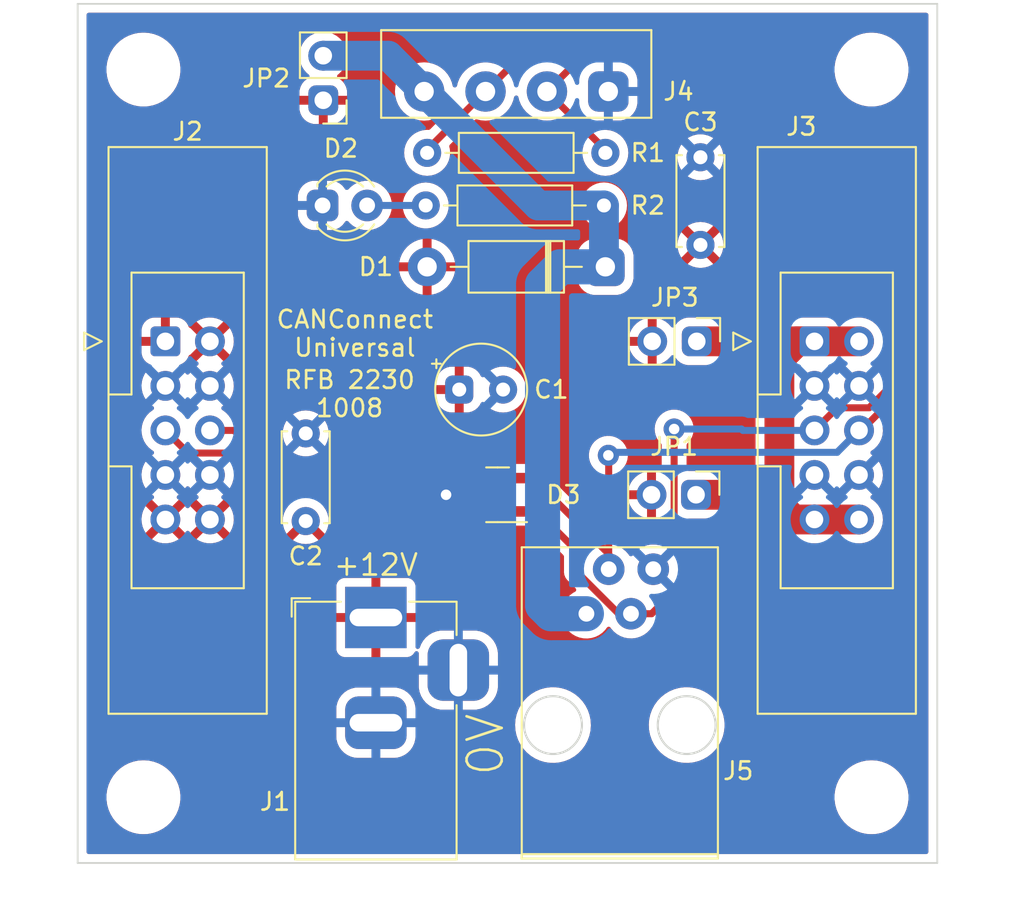
<source format=kicad_pcb>
(kicad_pcb (version 20211014) (generator pcbnew)
  (layers (0 "F.Cu" signal) (31 "B.Cu" signal) (34 "B.Paste" user) (35 "F.Paste" user) (36 "B.SilkS" user "B.Silkscreen") (37 "F.SilkS" user "F.Silkscreen") (38 "B.Mask" user) (39 "F.Mask" user) (44 "Edge.Cuts" user))
  (net 0 "")
  (net 1 "GND")
  (net 2 "+12V")
  (net 3 "/VP")
  (net 4 "/H")
  (net 5 "/L")
  (net 6 "Net-(D2-Pad2)")
  (net 7 "/+12VB")
  (footprint "Capacitor_THT:C_Disc_D5.0mm_W2.5mm_P5.00mm" (layer "F.Cu") (at 113 104.5 90)
    (fp_text reference "C2" (at -2 0 180) (layer "F.SilkS"))
    (fp_text value "100nF")
    (fp_line (start -0.12 1.055) (end -0.12 1.37) (layer "F.SilkS") (width 0.12))
    (fp_line (start 5.12 -1.37) (end 5.12 -1.055) (layer "F.SilkS") (width 0.12))
    (fp_line (start -0.12 -1.37) (end 5.12 -1.37) (layer "F.SilkS") (width 0.12))
    (fp_line (start 5.12 1.055) (end 5.12 1.37) (layer "F.SilkS") (width 0.12))
    (fp_line (start -0.12 1.37) (end 5.12 1.37) (layer "F.SilkS") (width 0.12))
    (fp_line (start -0.12 -1.37) (end -0.12 -1.055) (layer "F.SilkS") (width 0.12))
    (pad "1" thru_hole circle (at 0 0 90) (size 1.6 1.6) (drill 0.8) (layers *.Cu *.Mask) (net 2 "+12V"))
    (pad "2" thru_hole circle (at 5 0 90) (size 1.6 1.6) (drill 0.8) (layers *.Cu *.Mask) (net 1 "GND"))
  )
  (footprint "Connector_PinHeader_2.54mm:PinHeader_1x02_P2.54mm_Vertical" (layer "F.Cu") (at 135.25 103 -90)
    (fp_text reference "JP1" (at -2.75 1.25 180) (layer "F.SilkS"))
    (fp_text value "Jumper_2_Open")
    (fp_line (start -1.33 1.27) (end -1.33 3.87) (layer "F.SilkS") (width 0.12))
    (fp_line (start 1.33 1.27) (end 1.33 3.87) (layer "F.SilkS") (width 0.12))
    (fp_line (start -1.33 -1.33) (end 0 -1.33) (layer "F.SilkS") (width 0.12))
    (fp_line (start -1.33 1.27) (end 1.33 1.27) (layer "F.SilkS") (width 0.12))
    (fp_line (start -1.33 0) (end -1.33 -1.33) (layer "F.SilkS") (width 0.12))
    (fp_line (start -1.33 3.87) (end 1.33 3.87) (layer "F.SilkS") (width 0.12))
    (pad "1" thru_hole roundrect (at 0 0 270) (size 1.7 1.7) (drill 1) (layers *.Cu *.Mask) (net 7 "/+12VB"))
    (pad "2" thru_hole oval (at 0 2.54 270) (size 1.7 1.7) (drill 1) (layers *.Cu *.Mask) (net 2 "+12V"))
  )
  (footprint "mylib:RJ22" (layer "F.Cu") (at 130.905 107.245)
    (fp_text reference "J5" (at 6.75 11.505 unlocked) (layer "F.SilkS"))
    (fp_text value "Conn_RJ22")
    (fp_line (start -5.59 -1.25) (end 5.59 -1.25) (layer "F.SilkS") (width 0.12))
    (fp_line (start 5.59 -1.25) (end 5.59 16.51) (layer "F.SilkS") (width 0.12))
    (fp_rect (start -5.59 16.5) (end 5.59 16.25) (layer "F.SilkS") (width 0.12) (fill none))
    (fp_rect (start -5.59 -1.25) (end -5.59 16.51) (layer "F.SilkS") (width 0.12) (fill none))
    (fp_circle (center 3.81 8.89) (end 5.46 8.89) (layer "Edge.Cuts") (width 0.12) (fill none))
    (fp_circle (center -3.81 8.89) (end -2.16 8.89) (layer "Edge.Cuts") (width 0.12) (fill none))
    (pad "1" thru_hole circle (at -1.905 2.54) (size 1.8 1.8) (drill 0.9) (layers *.Cu *.Mask) (net 3 "/VP"))
    (pad "2" thru_hole circle (at -0.635 0) (size 1.8 1.8) (drill 0.9) (layers *.Cu *.Mask) (net 5 "/L"))
    (pad "3" thru_hole circle (at 0.635 2.54) (size 1.8 1.8) (drill 0.9) (layers *.Cu *.Mask) (net 4 "/H"))
    (pad "4" thru_hole circle (at 1.905 0) (size 1.8 1.8) (drill 0.9) (layers *.Cu *.Mask) (net 1 "GND"))
  )
  (footprint "Connector_IDC:IDC-Header_2x05_P2.54mm_Latch_Vertical" (layer "F.Cu") (at 105 94.25)
    (fp_text reference "J2" (at 1.27 -11.97) (layer "F.SilkS"))
    (fp_text value "10W IDC Connector Latched")
    (fp_line (start -3.63 0) (end -4.63 -0.5) (layer "F.SilkS") (width 0.12))
    (fp_line (start -4.63 -0.5) (end -4.63 0.5) (layer "F.SilkS") (width 0.12))
    (fp_line (start 5.78 -11.08) (end 5.78 21.24) (layer "F.SilkS") (width 0.12))
    (fp_line (start -1.93 7.13) (end -3.24 7.13) (layer "F.SilkS") (width 0.12))
    (fp_line (start -3.24 21.24) (end -3.24 -11.08) (layer "F.SilkS") (width 0.12))
    (fp_line (start 5.78 21.24) (end -3.24 21.24) (layer "F.SilkS") (width 0.12))
    (fp_line (start 4.47 -3.92) (end 4.47 14.08) (layer "F.SilkS") (width 0.12))
    (fp_line (start 4.47 14.08) (end -1.93 14.08) (layer "F.SilkS") (width 0.12))
    (fp_line (start -1.93 7.13) (end -1.93 7.13) (layer "F.SilkS") (width 0.12))
    (fp_line (start -1.93 3.03) (end -1.93 -3.92) (layer "F.SilkS") (width 0.12))
    (fp_line (start -3.24 -11.08) (end 5.78 -11.08) (layer "F.SilkS") (width 0.12))
    (fp_line (start -3.24 3.03) (end -1.93 3.03) (layer "F.SilkS") (width 0.12))
    (fp_line (start -1.93 14.08) (end -1.93 7.13) (layer "F.SilkS") (width 0.12))
    (fp_line (start -1.93 -3.92) (end 4.47 -3.92) (layer "F.SilkS") (width 0.12))
    (fp_line (start -4.63 0.5) (end -3.63 0) (layer "F.SilkS") (width 0.12))
    (pad "1" thru_hole roundrect (at 0 0) (size 1.7 1.7) (drill 1) (layers *.Cu *.Mask) (roundrect_rratio 0.147059) (net 2 "+12V"))
    (pad "2" thru_hole circle (at 2.54 0) (size 1.7 1.7) (drill 1) (layers *.Cu *.Mask) (net 2 "+12V"))
    (pad "3" thru_hole circle (at 0 2.54) (size 1.7 1.7) (drill 1) (layers *.Cu *.Mask) (net 1 "GND"))
    (pad "4" thru_hole circle (at 2.54 2.54) (size 1.7 1.7) (drill 1) (layers *.Cu *.Mask) (net 1 "GND"))
    (pad "5" thru_hole circle (at 0 5.08) (size 1.7 1.7) (drill 1) (layers *.Cu *.Mask) (net 4 "/H"))
    (pad "6" thru_hole circle (at 2.54 5.08) (size 1.7 1.7) (drill 1) (layers *.Cu *.Mask) (net 5 "/L"))
    (pad "7" thru_hole circle (at 0 7.62) (size 1.7 1.7) (drill 1) (layers *.Cu *.Mask) (net 1 "GND"))
    (pad "8" thru_hole circle (at 2.54 7.62) (size 1.7 1.7) (drill 1) (layers *.Cu *.Mask) (net 1 "GND"))
    (pad "9" thru_hole circle (at 0 10.16) (size 1.7 1.7) (drill 1) (layers *.Cu *.Mask) (net 2 "+12V"))
    (pad "10" thru_hole circle (at 2.54 10.16) (size 1.7 1.7) (drill 1) (layers *.Cu *.Mask) (net 2 "+12V"))
  )
  (footprint "Connector_PinHeader_2.54mm:PinHeader_1x02_P2.54mm_Vertical" (layer "F.Cu") (at 114 80.5 180)
    (fp_text reference "JP2" (at 3.25 1.25) (layer "F.SilkS"))
    (fp_text value "Jumper_2_Open")
    (fp_line (start -1.33 1.27) (end 1.33 1.27) (layer "F.SilkS") (width 0.12))
    (fp_line (start -1.33 1.27) (end -1.33 3.87) (layer "F.SilkS") (width 0.12))
    (fp_line (start 1.33 1.27) (end 1.33 3.87) (layer "F.SilkS") (width 0.12))
    (fp_line (start -1.33 3.87) (end 1.33 3.87) (layer "F.SilkS") (width 0.12))
    (fp_line (start -1.33 0) (end -1.33 -1.33) (layer "F.SilkS") (width 0.12))
    (fp_line (start -1.33 -1.33) (end 0 -1.33) (layer "F.SilkS") (width 0.12))
    (pad "1" thru_hole roundrect (at 0 0 180) (size 1.7 1.7) (drill 1) (layers *.Cu *.Mask) (net 2 "+12V"))
    (pad "2" thru_hole oval (at 0 2.54 180) (size 1.7 1.7) (drill 1) (layers *.Cu *.Mask) (net 3 "/VP"))
  )
  (footprint "Package_TO_SOT_SMD:SOT-23" (layer "F.Cu") (at 123.9375 103 180)
    (fp_text reference "D3" (at -3.75 0) (layer "F.SilkS"))
    (fp_text value "SP0502BAHT")
    (fp_line (start 0 -1.56) (end 0.65 -1.56) (layer "F.SilkS") (width 0.12))
    (fp_line (start 0 1.56) (end 0.65 1.56) (layer "F.SilkS") (width 0.12))
    (fp_line (start 0 -1.56) (end -1.675 -1.56) (layer "F.SilkS") (width 0.12))
    (fp_line (start 0 1.56) (end -0.65 1.56) (layer "F.SilkS") (width 0.12))
    (pad "1" smd roundrect (at -0.9375 -0.95 180) (size 1.475 0.6) (layers "F.Cu" "F.Paste" "F.Mask") (net 4 "/H"))
    (pad "2" smd roundrect (at -0.9375 0.95 180) (size 1.475 0.6) (layers "F.Cu" "F.Paste" "F.Mask") (net 5 "/L"))
    (pad "3" smd roundrect (at 0.9375 0 180) (size 1.475 0.6) (layers "F.Cu" "F.Paste" "F.Mask") (net 1 "GND"))
  )
  (footprint "mylib:R_Axial_P10.16mm_Horizontal" (layer "F.Cu") (at 130 86.5 180)
    (fp_text reference "R2" (at -2.5 0) (layer "F.SilkS"))
    (fp_text value "3K9")
    (fp_line (start 1.81 1.14) (end 8.35 1.14) (layer "F.SilkS") (width 0.12))
    (fp_line (start 8.35 1.14) (end 8.35 -1.14) (layer "F.SilkS") (width 0.12))
    (fp_line (start 1.81 -1.14) (end 1.81 1.14) (layer "F.SilkS") (width 0.12))
    (fp_line (start 8.35 -1.14) (end 1.81 -1.14) (layer "F.SilkS") (width 0.12))
    (fp_line (start 1.04 0) (end 1.81 0) (layer "F.SilkS") (width 0.12))
    (fp_line (start 9.12 0) (end 8.35 0) (layer "F.SilkS") (width 0.12))
    (pad "1" thru_hole circle (at 0 0 180) (size 1.6 1.6) (drill 0.8) (layers *.Cu *.Mask) (net 3 "/VP"))
    (pad "2" thru_hole oval (at 10.16 0 180) (size 1.6 1.6) (drill 0.8) (layers *.Cu *.Mask) (net 6 "Net-(D2-Pad2)"))
  )
  (footprint "MountingHole:MountingHole_3.2mm_M3" (layer "F.Cu") (at 103.75 78.75)
    (fp_text reference "H3" hide)
    (fp_text value "MountingHole")
    (pad "" np_thru_hole circle (at 0 0) (size 3.2 3.2) (drill 3.2) (layers *.Cu *.Mask))
  )
  (footprint "Capacitor_THT:CP_Radial_Tantal_D5.0mm_P2.50mm" (layer "F.Cu") (at 121.75 97)
    (fp_text reference "C1" (at 5.25 0) (layer "F.SilkS"))
    (fp_text value "4u7F")
    (fp_line (start -1.554775 -1.475) (end -1.054775 -1.475) (layer "F.SilkS") (width 0.12))
    (fp_line (start -1.304775 -1.725) (end -1.304775 -1.225) (layer "F.SilkS") (width 0.12))
    (fp_circle (center 1.25 0) (end 3.87 0) (layer "F.SilkS") (width 0.12) (fill none))
    (pad "1" thru_hole roundrect (at 0 0) (size 1.6 1.6) (drill 0.8) (layers *.Cu *.Mask) (net 2 "+12V"))
    (pad "2" thru_hole circle (at 2.5 0) (size 1.6 1.6) (drill 0.8) (layers *.Cu *.Mask) (net 1 "GND"))
  )
  (footprint "Connector_BarrelJack:BarrelJack_Horizontal" (layer "F.Cu") (at 117 110 90)
    (fp_text reference "J1" (at -10.5 -5.75 180) (layer "F.SilkS"))
    (fp_text value "2.1mm PCB Power Socket")
    (fp_line (start -13.8 -4.6) (end 0.9 -4.6) (layer "F.SilkS") (width 0.12))
    (fp_line (start -5 4.6) (end -13.8 4.6) (layer "F.SilkS") (width 0.12))
    (fp_line (start -13.8 4.6) (end -13.8 -4.6) (layer "F.SilkS") (width 0.12))
    (fp_line (start 1.1 -3.75) (end 1.1 -4.8) (layer "F.SilkS") (width 0.12))
    (fp_line (start 0.9 -4.6) (end 0.9 -2) (layer "F.SilkS") (width 0.12))
    (fp_line (start 0.05 -4.8) (end 1.1 -4.8) (layer "F.SilkS") (width 0.12))
    (fp_line (start 0.9 1.9) (end 0.9 4.6) (layer "F.SilkS") (width 0.12))
    (fp_line (start 0.9 4.6) (end -1 4.6) (layer "F.SilkS") (width 0.12))
    (pad "1" thru_hole rect (at 0 0 90) (size 3.5 3.5) (drill oval 1 3) (layers *.Cu *.Mask) (net 2 "+12V"))
    (pad "2" thru_hole roundrect (at -6 0 90) (size 3 3.5) (drill oval 1 3) (layers *.Cu *.Mask) (net 1 "GND"))
    (pad "3" thru_hole roundrect (at -3 4.7 90) (size 3.5 3.5) (drill oval 3 1) (layers *.Cu *.Mask) (net 1 "GND"))
  )
  (footprint "Connector_PinHeader_2.54mm:PinHeader_1x02_P2.54mm_Vertical" (layer "F.Cu") (at 135.29 94.25 -90)
    (fp_text reference "JP3" (at -2.5 1.25 180) (layer "F.SilkS"))
    (fp_text value "Jumper_2_Open")
    (fp_line (start -1.33 1.27) (end -1.33 3.87) (layer "F.SilkS") (width 0.12))
    (fp_line (start -1.33 1.27) (end 1.33 1.27) (layer "F.SilkS") (width 0.12))
    (fp_line (start -1.33 -1.33) (end 0 -1.33) (layer "F.SilkS") (width 0.12))
    (fp_line (start 1.33 1.27) (end 1.33 3.87) (layer "F.SilkS") (width 0.12))
    (fp_line (start -1.33 0) (end -1.33 -1.33) (layer "F.SilkS") (width 0.12))
    (fp_line (start -1.33 3.87) (end 1.33 3.87) (layer "F.SilkS") (width 0.12))
    (pad "1" thru_hole roundrect (at 0 0 270) (size 1.7 1.7) (drill 1) (layers *.Cu *.Mask) (net 7 "/+12VB"))
    (pad "2" thru_hole oval (at 0 2.54 270) (size 1.7 1.7) (drill 1) (layers *.Cu *.Mask) (net 2 "+12V"))
  )
  (footprint "mylib:Camdenboss_3pt5mm_pitch_PCB_horizontal_4Way" (layer "F.Cu") (at 132.7 81.5 180)
    (fp_text reference "J4" (at -1.55 1.5) (layer "F.SilkS"))
    (fp_text value "Conn_01x04_Male")
    (fp_line (start 15.4 5) (end 0 5) (layer "F.SilkS") (width 0.12))
    (fp_line (start 15.4 0) (end 15.4 5) (layer "F.SilkS") (width 0.12))
    (fp_line (start 15.4 0) (end 0 0) (layer "F.SilkS") (width 0.12))
    (fp_line (start 0 0) (end 0 5) (layer "F.SilkS") (width 0.12))
    (pad "1" thru_hole roundrect (at 2.45 1.5 90) (size 2.3 2.3) (drill 1.1) (layers *.Cu *.Mask) (net 1 "GND"))
    (pad "2" thru_hole circle (at 5.95 1.5 90) (size 2.3 2.3) (drill 1.1) (layers *.Cu *.Mask) (net 4 "/H"))
    (pad "3" thru_hole circle (at 9.45 1.5 90) (size 2.3 2.3) (drill 1.1) (layers *.Cu *.Mask) (net 5 "/L"))
    (pad "4" thru_hole circle (at 12.95 1.5 90) (size 2.3 2.3) (drill 1.1) (layers *.Cu *.Mask) (net 3 "/VP"))
  )
  (footprint "mylib:R_Axial_P10.16mm_Horizontal" (layer "F.Cu") (at 119.92 83.5)
    (fp_text reference "R1" (at 12.58 0) (layer "F.SilkS"))
    (fp_text value "120R")
    (fp_line (start 1.81 1.14) (end 8.35 1.14) (layer "F.SilkS") (width 0.12))
    (fp_line (start 1.04 0) (end 1.81 0) (layer "F.SilkS") (width 0.12))
    (fp_line (start 8.35 1.14) (end 8.35 -1.14) (layer "F.SilkS") (width 0.12))
    (fp_line (start 1.81 -1.14) (end 1.81 1.14) (layer "F.SilkS") (width 0.12))
    (fp_line (start 8.35 -1.14) (end 1.81 -1.14) (layer "F.SilkS") (width 0.12))
    (fp_line (start 9.12 0) (end 8.35 0) (layer "F.SilkS") (width 0.12))
    (pad "1" thru_hole circle (at 0 0) (size 1.6 1.6) (drill 0.8) (layers *.Cu *.Mask) (net 5 "/L"))
    (pad "2" thru_hole oval (at 10.16 0) (size 1.6 1.6) (drill 0.8) (layers *.Cu *.Mask) (net 4 "/H"))
  )
  (footprint "MountingHole:MountingHole_3.2mm_M3" (layer "F.Cu") (at 145.25 78.75)
    (fp_text reference "H1" hide)
    (fp_text value "MountingHole")
    (pad "" np_thru_hole circle (at 0 0) (size 3.2 3.2) (drill 3.2) (layers *.Cu *.Mask))
  )
  (footprint "Diode_THT:D_DO-41_SOD81_P10.16mm_Horizontal" (layer "F.Cu") (at 130.08 90 180)
    (fp_text reference "D1" (at 13.08 0) (layer "F.SilkS"))
    (fp_text value "UF4001")
    (fp_line (start 3.26 -1.47) (end 3.26 1.47) (layer "F.SilkS") (width 0.12))
    (fp_line (start 8.82 0) (end 7.8 0) (layer "F.SilkS") (width 0.12))
    (fp_line (start 7.8 1.47) (end 7.8 -1.47) (layer "F.SilkS") (width 0.12))
    (fp_line (start 2.36 -1.47) (end 2.36 1.47) (layer "F.SilkS") (width 0.12))
    (fp_line (start 1.34 0) (end 2.36 0) (layer "F.SilkS") (width 0.12))
    (fp_line (start 3.14 -1.47) (end 3.14 1.47) (layer "F.SilkS") (width 0.12))
    (fp_line (start 7.8 -1.47) (end 2.36 -1.47) (layer "F.SilkS") (width 0.12))
    (fp_line (start 2.36 1.47) (end 7.8 1.47) (layer "F.SilkS") (width 0.12))
    (fp_line (start 3.38 -1.47) (end 3.38 1.47) (layer "F.SilkS") (width 0.12))
    (pad "1" thru_hole roundrect (at 0 0 180) (size 2.2 2.2) (drill 1.1) (layers *.Cu *.Mask) (net 3 "/VP"))
    (pad "2" thru_hole oval (at 10.16 0 180) (size 2.2 2.2) (drill 1.1) (layers *.Cu *.Mask) (net 2 "+12V"))
  )
  (footprint "MountingHole:MountingHole_3.2mm_M3" (layer "F.Cu") (at 145.25 120.25)
    (fp_text reference "H4" hide)
    (fp_text value "MountingHole")
    (pad "" np_thru_hole circle (at 0 0) (size 3.2 3.2) (drill 3.2) (layers *.Cu *.Mask))
  )
  (footprint "LED_THT:LED_D3.0mm" (layer "F.Cu") (at 113.96 86.5)
    (fp_text reference "D2" (at 1.04 -3.25) (layer "F.SilkS"))
    (fp_text value "LED_GRN")
    (fp_line (start -0.29 -1.236) (end -0.29 -1.08) (layer "F.SilkS") (width 0.12))
    (fp_line (start -0.29 1.08) (end -0.29 1.236) (layer "F.SilkS") (width 0.12))
    (fp_arc (start 0.229039 -1.08) (mid 1.270117 -1.5) (end 2.31113 -1.079837) (layer "F.SilkS") (width 0.12))
    (fp_arc (start -0.29 -1.235516) (mid 1.366487 -1.987659) (end 2.942335 -1.078608) (layer "F.SilkS") (width 0.12))
    (fp_arc (start 2.31113 1.079837) (mid 1.270117 1.5) (end 0.229039 1.08) (layer "F.SilkS") (width 0.12))
    (fp_arc (start 2.942335 1.078608) (mid 1.366487 1.987659) (end -0.29 1.235516) (layer "F.SilkS") (width 0.12))
    (pad "1" thru_hole roundrect (at 0 0) (size 1.8 1.8) (drill 0.9) (layers *.Cu *.Mask) (net 1 "GND"))
    (pad "2" thru_hole circle (at 2.54 0) (size 1.8 1.8) (drill 0.9) (layers *.Cu *.Mask) (net 6 "Net-(D2-Pad2)"))
  )
  (footprint "Capacitor_THT:C_Disc_D5.0mm_W2.5mm_P5.00mm" (layer "F.Cu") (at 135.5 88.75 90)
    (fp_text reference "C3" (at 7 0 180) (layer "F.SilkS"))
    (fp_text value "100nF")
    (fp_line (start -0.12 1.055) (end -0.12 1.37) (layer "F.SilkS") (width 0.12))
    (fp_line (start 5.12 1.055) (end 5.12 1.37) (layer "F.SilkS") (width 0.12))
    (fp_line (start -0.12 1.37) (end 5.12 1.37) (layer "F.SilkS") (width 0.12))
    (fp_line (start -0.12 -1.37) (end 5.12 -1.37) (layer "F.SilkS") (width 0.12))
    (fp_line (start 5.12 -1.37) (end 5.12 -1.055) (layer "F.SilkS") (width 0.12))
    (fp_line (start -0.12 -1.37) (end -0.12 -1.055) (layer "F.SilkS") (width 0.12))
    (pad "1" thru_hole circle (at 0 0 90) (size 1.6 1.6) (drill 0.8) (layers *.Cu *.Mask) (net 2 "+12V"))
    (pad "2" thru_hole circle (at 5 0 90) (size 1.6 1.6) (drill 0.8) (layers *.Cu *.Mask) (net 1 "GND"))
  )
  (footprint "Connector_IDC:IDC-Header_2x05_P2.54mm_Latch_Vertical" (layer "F.Cu") (at 142 94.25)
    (fp_text reference "J3" (at -0.75 -12.25) (layer "F.SilkS"))
    (fp_text value "10W IDC Connector Latched")
    (fp_line (start -1.93 7.13) (end -1.93 7.13) (layer "F.SilkS") (width 0.12))
    (fp_line (start 5.78 21.24) (end -3.24 21.24) (layer "F.SilkS") (width 0.12))
    (fp_line (start -4.63 -0.5) (end -4.63 0.5) (layer "F.SilkS") (width 0.12))
    (fp_line (start 4.47 -3.92) (end 4.47 14.08) (layer "F.SilkS") (width 0.12))
    (fp_line (start -4.63 0.5) (end -3.63 0) (layer "F.SilkS") (width 0.12))
    (fp_line (start 4.47 14.08) (end -1.93 14.08) (layer "F.SilkS") (width 0.12))
    (fp_line (start -3.63 0) (end -4.63 -0.5) (layer "F.SilkS") (width 0.12))
    (fp_line (start -3.24 21.24) (end -3.24 -11.08) (layer "F.SilkS") (width 0.12))
    (fp_line (start 5.78 -11.08) (end 5.78 21.24) (layer "F.SilkS") (width 0.12))
    (fp_line (start -3.24 -11.08) (end 5.78 -11.08) (layer "F.SilkS") (width 0.12))
    (fp_line (start -3.24 3.03) (end -1.93 3.03) (layer "F.SilkS") (width 0.12))
    (fp_line (start -1.93 -3.92) (end 4.47 -3.92) (layer "F.SilkS") (width 0.12))
    (fp_line (start -1.93 14.08) (end -1.93 7.13) (layer "F.SilkS") (width 0.12))
    (fp_line (start -1.93 3.03) (end -1.93 -3.92) (layer "F.SilkS") (width 0.12))
    (fp_line (start -1.93 7.13) (end -3.24 7.13) (layer "F.SilkS") (width 0.12))
    (pad "1" thru_hole roundrect (at 0 0) (size 1.7 1.7) (drill 1) (layers *.Cu *.Mask) (roundrect_rratio 0.147059) (net 7 "/+12VB"))
    (pad "2" thru_hole circle (at 2.54 0) (size 1.7 1.7) (drill 1) (layers *.Cu *.Mask) (net 7 "/+12VB"))
    (pad "3" thru_hole circle (at 0 2.54) (size 1.7 1.7) (drill 1) (layers *.Cu *.Mask) (net 1 "GND"))
    (pad "4" thru_hole circle (at 2.54 2.54) (size 1.7 1.7) (drill 1) (layers *.Cu *.Mask) (net 1 "GND"))
    (pad "5" thru_hole circle (at 0 5.08) (size 1.7 1.7) (drill 1) (layers *.Cu *.Mask) (net 4 "/H"))
    (pad "6" thru_hole circle (at 2.54 5.08) (size 1.7 1.7) (drill 1) (layers *.Cu *.Mask) (net 5 "/L"))
    (pad "7" thru_hole circle (at 0 7.62) (size 1.7 1.7) (drill 1) (layers *.Cu *.Mask) (net 1 "GND"))
    (pad "8" thru_hole circle (at 2.54 7.62) (size 1.7 1.7) (drill 1) (layers *.Cu *.Mask) (net 1 "GND"))
    (pad "9" thru_hole circle (at 0 10.16) (size 1.7 1.7) (drill 1) (layers *.Cu *.Mask) (net 7 "/+12VB"))
    (pad "10" thru_hole circle (at 2.54 10.16) (size 1.7 1.7) (drill 1) (layers *.Cu *.Mask) (net 7 "/+12VB"))
  )
  (footprint "MountingHole:MountingHole_3.2mm_M3" (layer "F.Cu") (at 103.75 120.25)
    (fp_text reference "H2" hide)
    (fp_text value "MountingHole")
    (pad "" np_thru_hole circle (at 0 0) (size 3.2 3.2) (drill 3.2) (layers *.Cu *.Mask))
  )
  (gr_line (start 100 75) (end 149 75) (layer "Edge.Cuts") (width 0.1))
  (gr_line (start 149 124) (end 149 75) (layer "Edge.Cuts") (width 0.1))
  (gr_line (start 100 75) (end 100 124) (layer "Edge.Cuts") (width 0.1))
  (gr_line (start 100 124) (end 149 124) (layer "Edge.Cuts") (width 0.1))
  (gr_text "RFB 2230\n1008" (at 115.5 97.25) (layer "F.SilkS") (effects (font (size 1 1))))
  (gr_text "0V" (at 123.25 117.25 90) (layer "F.SilkS") (effects (font (size 2 2))))
  (gr_text "+12V" (at 117 107) (layer "F.SilkS") (effects (font (size 1.2 1.2))))
  (gr_text "CANConnect\nUniversal" (at 115.8 93.8) (layer "F.SilkS") (effects (font (size 1 1))))
  (segment (start 123 103) (end 121 103) (width 0.4) (layer "F.Cu") (net 1))
  (via (at 121 103) (size 1.2) (drill 0.6) (layers "F.Cu" "B.Cu") (net 1))
  (segment (start 126.5 109.3) (end 126.5 91) (width 2) (layer "B.Cu") (net 3))
  (segment (start 127.5 90) (end 130.08 90) (width 2) (layer "B.Cu") (net 3))
  (segment (start 130 89.92) (end 130.08 90) (width 0.4) (layer "B.Cu") (net 3))
  (segment (start 119.75 80) (end 117.71 77.96) (width 1.7) (layer "B.Cu") (net 3))
  (segment (start 117.71 77.96) (end 114 77.96) (width 1.7) (layer "B.Cu") (net 3))
  (segment (start 126.5 91) (end 127.5 90) (width 2) (layer "B.Cu") (net 3))
  (segment (start 130 86.5) (end 130 89.92) (width 1.7) (layer "B.Cu") (net 3))
  (segment (start 129 109.785) (end 126.985 109.785) (width 2) (layer "B.Cu") (net 3))
  (segment (start 119.75 80) (end 126.25 86.5) (width 1.7) (layer "B.Cu") (net 3))
  (segment (start 126.25 86.5) (end 130 86.5) (width 1.7) (layer "B.Cu") (net 3))
  (segment (start 126.985 109.785) (end 126.5 109.3) (width 2) (layer "B.Cu") (net 3))
  (segment (start 146.400499 86.748321) (end 137.652178 78) (width 0.4) (layer "F.Cu") (net 4))
  (segment (start 121.8 103.95) (end 124.875 103.95) (width 0.4) (layer "F.Cu") (net 4))
  (segment (start 106.29 100.62) (end 108.62 100.62) (width 0.4) (layer "F.Cu") (net 4))
  (segment (start 121.5 104.25) (end 121.8 103.95) (width 0.4) (layer "F.Cu") (net 4))
  (segment (start 130.08 83.33) (end 130.08 83.5) (width 0.4) (layer "F.Cu") (net 4))
  (segment (start 146.400499 96.751679) (end 146.400499 86.748321) (width 0.4) (layer "F.Cu") (net 4))
  (segment (start 118.99356 102.75) (end 120.49356 104.25) (width 0.4) (layer "F.Cu") (net 4))
  (segment (start 105 99.33) (end 106.29 100.62) (width 0.4) (layer "F.Cu") (net 4))
  (segment (start 128.75 78) (end 126.75 80) (width 0.4) (layer "F.Cu") (net 4))
  (segment (start 131.54 109.785) (end 130.838478 109.785) (width 0.4) (layer "F.Cu") (net 4))
  (segment (start 108.62 100.62) (end 110.75 102.75) (width 0.4) (layer "F.Cu") (net 4))
  (segment (start 126.2 103.95) (end 124.875 103.95) (width 0.4) (layer "F.Cu") (net 4))
  (segment (start 143.29 98.04) (end 145.112178 98.04) (width 0.4) (layer "F.Cu") (net 4))
  (segment (start 120.49356 104.25) (end 121.5 104.25) (width 0.4) (layer "F.Cu") (net 4))
  (segment (start 130.838478 109.785) (end 128.431698 107.37822) (width 0.4) (layer "F.Cu") (net 4))
  (segment (start 132.715 109.785) (end 131.54 109.785) (width 0.4) (layer "F.Cu") (net 4))
  (segment (start 126.75 80) (end 130.08 83.33) (width 0.4) (layer "F.Cu") (net 4))
  (segment (start 134.625 107.875) (end 132.715 109.785) (width 0.4) (layer "F.Cu") (net 4))
  (segment (start 134 99.25) (end 134 106) (width 0.4) (layer "F.Cu") (net 4))
  (segment (start 137.652178 78) (end 128.75 78) (width 0.4) (layer "F.Cu") (net 4))
  (segment (start 145.112178 98.04) (end 146.400499 96.751679) (width 0.4) (layer "F.Cu") (net 4))
  (segment (start 134.625 106.625) (end 134.625 107.875) (width 0.4) (layer "F.Cu") (net 4))
  (segment (start 142 99.33) (end 143.29 98.04) (width 0.4) (layer "F.Cu") (net 4))
  (segment (start 134 106) (end 134.625 106.625) (width 0.4) (layer "F.Cu") (net 4))
  (segment (start 110.75 102.75) (end 118.99356 102.75) (width 0.4) (layer "F.Cu") (net 4))
  (segment (start 128.431698 106.181698) (end 126.2 103.95) (width 0.4) (layer "F.Cu") (net 4))
  (segment (start 128.431698 107.37822) (end 128.431698 106.181698) (width 0.4) (layer "F.Cu") (net 4))
  (via (at 134 99.25) (size 1.2) (drill 0.6) (layers "F.Cu" "B.Cu") (net 4))
  (segment (start 137.92 99.33) (end 142 99.33) (width 0.4) (layer "B.Cu") (net 4))
  (segment (start 134 99.25) (end 137.84 99.25) (width 0.4) (layer "B.Cu") (net 4))
  (segment (start 137.84 99.25) (end 137.92 99.33) (width 0.4) (layer "B.Cu") (net 4))
  (segment (start 130.27 100.77) (end 130.25 100.75) (width 0.4) (layer "F.Cu") (net 5))
  (segment (start 147 97) (end 144.67 99.33) (width 0.4) (layer "F.Cu") (net 5))
  (segment (start 121.402037 101.902037) (end 120.545462 101.902037) (width 0.4) (layer "F.Cu") (net 5))
  (segment (start 138.5 77) (end 147 85.5) (width 0.4) (layer "F.Cu") (net 5))
  (segment (start 147 85.5) (end 147 97) (width 0.4) (layer "F.Cu") (net 5))
  (segment (start 125.95 102.05) (end 121.55 102.05) (width 0.4) (layer "F.Cu") (net 5))
  (segment (start 120.397499 102.05) (end 111.64 102.05) (width 0.4) (layer "F.Cu") (net 5))
  (segment (start 130.27 107.245) (end 130.27 106.37) (width 0.4) (layer "F.Cu") (net 5))
  (segment (start 119.92 83.33) (end 119.92 83.5) (width 0.4) (layer "F.Cu") (net 5))
  (segment (start 108.92 99.33) (end 107.54 99.33) (width 0.4) (layer "F.Cu") (net 5))
  (segment (start 144.67 99.33) (end 144.54 99.33) (width 0.4) (layer "F.Cu") (net 5))
  (segment (start 121.55 102.05) (end 121.402037 101.902037) (width 0.4) (layer "F.Cu") (net 5))
  (segment (start 123.25 80) (end 126.25 77) (width 0.4) (layer "F.Cu") (net 5))
  (segment (start 111.64 102.05) (end 108.92 99.33) (width 0.4) (layer "F.Cu") (net 5))
  (segment (start 120.545462 101.902037) (end 120.397499 102.05) (width 0.4) (layer "F.Cu") (net 5))
  (segment (start 123.25 80) (end 119.92 83.33) (width 0.4) (layer "F.Cu") (net 5))
  (segment (start 130.27 107.245) (end 130.27 100.77) (width 0.4) (layer "F.Cu") (net 5))
  (segment (start 126.25 77) (end 138.5 77) (width 0.4) (layer "F.Cu") (net 5))
  (segment (start 130.27 106.37) (end 125.95 102.05) (width 0.4) (layer "F.Cu") (net 5))
  (via (at 130.25 100.75) (size 1.2) (drill 0.6) (layers "F.Cu" "B.Cu") (net 5))
  (segment (start 130.42 100.58) (end 130.25 100.75) (width 0.4) (layer "B.Cu") (net 5))
  (segment (start 144.54 99.33) (end 143.29 100.58) (width 0.4) (layer "B.Cu") (net 5))
  (segment (start 143.29 100.58) (end 130.42 100.58) (width 0.4) (layer "B.Cu") (net 5))
  (segment (start 119.84 86.5) (end 116.5 86.5) (width 0.4) (layer "B.Cu") (net 6))
  (segment (start 135.25 103) (end 139.387919 103) (width 1.7) (layer "F.Cu") (net 7))
  (segment (start 140 95.25) (end 140 103.612081) (width 1.7) (layer "F.Cu") (net 7))
  (segment (start 140.797919 104.41) (end 142 104.41) (width 1.7) (layer "F.Cu") (net 7))
  (segment (start 140 103.612081) (end 140.797919 104.41) (width 1.7) (layer "F.Cu") (net 7))
  (segment (start 135.29 94.25) (end 142 94.25) (width 1.7) (layer "F.Cu") (net 7))
  (segment (start 141 94.25) (end 142 94.25) (width 1.7) (layer "F.Cu") (net 7))
  (segment (start 142 94.25) (end 144.54 94.25) (width 1.7) (layer "F.Cu") (net 7))
  (segment (start 142 104.41) (end 144.54 104.41) (width 1.7) (layer "F.Cu") (net 7))
  (segment (start 139.387919 103) (end 140 103.612081) (width 1.7) (layer "F.Cu") (net 7))
  (segment (start 140 95.25) (end 141 94.25) (width 1.7) (layer "F.Cu") (net 7))
  (zone (net 2) (net_name "+12V") (layer "F.Cu") (connect_pads (clearance 0.508)) (min_thickness 0.254) (fill yes (thermal_gap 0.508) (thermal_bridge_width 0.508) (smoothing fillet) (radius 1.5))
    (polygon (pts (xy 149 124) (xy 100 124) (xy 100 75) (xy 149 75)))
  )
  (zone (net 1) (net_name "GND") (layer "B.Cu") (connect_pads (clearance 0.508)) (min_thickness 0.254) (fill yes (thermal_gap 0.508) (thermal_bridge_width 0.508) (smoothing fillet) (radius 1))
    (polygon (pts (xy 149 124) (xy 100 124) (xy 100 75) (xy 149 75)))
  )
)
</source>
